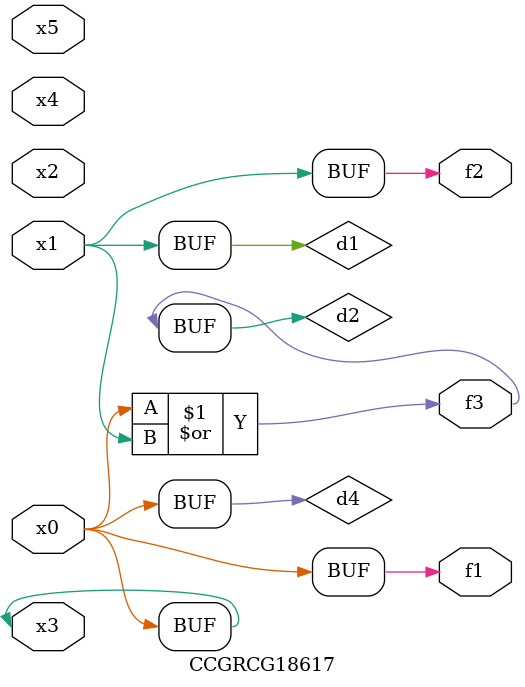
<source format=v>
module CCGRCG18617(
	input x0, x1, x2, x3, x4, x5,
	output f1, f2, f3
);

	wire d1, d2, d3, d4;

	and (d1, x1);
	or (d2, x0, x1);
	nand (d3, x0, x5);
	buf (d4, x0, x3);
	assign f1 = d4;
	assign f2 = d1;
	assign f3 = d2;
endmodule

</source>
